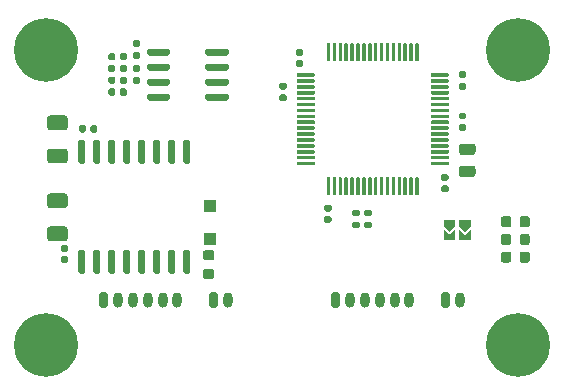
<source format=gbr>
G04 #@! TF.GenerationSoftware,KiCad,Pcbnew,(5.1.10)-1*
G04 #@! TF.CreationDate,2022-10-27T19:37:03-07:00*
G04 #@! TF.ProjectId,Motor_Gen2L,4d6f746f-725f-4476-956e-324c2e6b6963,rev?*
G04 #@! TF.SameCoordinates,Original*
G04 #@! TF.FileFunction,Soldermask,Bot*
G04 #@! TF.FilePolarity,Negative*
%FSLAX46Y46*%
G04 Gerber Fmt 4.6, Leading zero omitted, Abs format (unit mm)*
G04 Created by KiCad (PCBNEW (5.1.10)-1) date 2022-10-27 19:37:03*
%MOMM*%
%LPD*%
G01*
G04 APERTURE LIST*
%ADD10O,0.800000X1.300000*%
%ADD11R,1.100000X1.100000*%
%ADD12C,0.100000*%
%ADD13C,0.800000*%
%ADD14C,5.400000*%
G04 APERTURE END LIST*
D10*
X95450000Y-117700000D03*
G36*
G01*
X93800000Y-118150000D02*
X93800000Y-117250000D01*
G75*
G02*
X94000000Y-117050000I200000J0D01*
G01*
X94400000Y-117050000D01*
G75*
G02*
X94600000Y-117250000I0J-200000D01*
G01*
X94600000Y-118150000D01*
G75*
G02*
X94400000Y-118350000I-200000J0D01*
G01*
X94000000Y-118350000D01*
G75*
G02*
X93800000Y-118150000I0J200000D01*
G01*
G37*
X115100000Y-117700000D03*
G36*
G01*
X113450000Y-118150000D02*
X113450000Y-117250000D01*
G75*
G02*
X113650000Y-117050000I200000J0D01*
G01*
X114050000Y-117050000D01*
G75*
G02*
X114250000Y-117250000I0J-200000D01*
G01*
X114250000Y-118150000D01*
G75*
G02*
X114050000Y-118350000I-200000J0D01*
G01*
X113650000Y-118350000D01*
G75*
G02*
X113450000Y-118150000I0J200000D01*
G01*
G37*
X91150000Y-117700000D03*
X89900000Y-117700000D03*
X88650000Y-117700000D03*
X87400000Y-117700000D03*
X86150000Y-117700000D03*
G36*
G01*
X84500000Y-118150000D02*
X84500000Y-117250000D01*
G75*
G02*
X84700000Y-117050000I200000J0D01*
G01*
X85100000Y-117050000D01*
G75*
G02*
X85300000Y-117250000I0J-200000D01*
G01*
X85300000Y-118150000D01*
G75*
G02*
X85100000Y-118350000I-200000J0D01*
G01*
X84700000Y-118350000D01*
G75*
G02*
X84500000Y-118150000I0J200000D01*
G01*
G37*
X110800000Y-117700000D03*
X109550000Y-117700000D03*
X108300000Y-117700000D03*
X107050000Y-117700000D03*
X105800000Y-117700000D03*
G36*
G01*
X104150000Y-118150000D02*
X104150000Y-117250000D01*
G75*
G02*
X104350000Y-117050000I200000J0D01*
G01*
X104750000Y-117050000D01*
G75*
G02*
X104950000Y-117250000I0J-200000D01*
G01*
X104950000Y-118150000D01*
G75*
G02*
X104750000Y-118350000I-200000J0D01*
G01*
X104350000Y-118350000D01*
G75*
G02*
X104150000Y-118150000I0J200000D01*
G01*
G37*
G36*
G01*
X107115000Y-111100000D02*
X107485000Y-111100000D01*
G75*
G02*
X107620000Y-111235000I0J-135000D01*
G01*
X107620000Y-111505000D01*
G75*
G02*
X107485000Y-111640000I-135000J0D01*
G01*
X107115000Y-111640000D01*
G75*
G02*
X106980000Y-111505000I0J135000D01*
G01*
X106980000Y-111235000D01*
G75*
G02*
X107115000Y-111100000I135000J0D01*
G01*
G37*
G36*
G01*
X107115000Y-110080000D02*
X107485000Y-110080000D01*
G75*
G02*
X107620000Y-110215000I0J-135000D01*
G01*
X107620000Y-110485000D01*
G75*
G02*
X107485000Y-110620000I-135000J0D01*
G01*
X107115000Y-110620000D01*
G75*
G02*
X106980000Y-110485000I0J135000D01*
G01*
X106980000Y-110215000D01*
G75*
G02*
X107115000Y-110080000I135000J0D01*
G01*
G37*
G36*
G01*
X106115000Y-111090000D02*
X106485000Y-111090000D01*
G75*
G02*
X106620000Y-111225000I0J-135000D01*
G01*
X106620000Y-111495000D01*
G75*
G02*
X106485000Y-111630000I-135000J0D01*
G01*
X106115000Y-111630000D01*
G75*
G02*
X105980000Y-111495000I0J135000D01*
G01*
X105980000Y-111225000D01*
G75*
G02*
X106115000Y-111090000I135000J0D01*
G01*
G37*
G36*
G01*
X106115000Y-110070000D02*
X106485000Y-110070000D01*
G75*
G02*
X106620000Y-110205000I0J-135000D01*
G01*
X106620000Y-110475000D01*
G75*
G02*
X106485000Y-110610000I-135000J0D01*
G01*
X106115000Y-110610000D01*
G75*
G02*
X105980000Y-110475000I0J135000D01*
G01*
X105980000Y-110205000D01*
G75*
G02*
X106115000Y-110070000I135000J0D01*
G01*
G37*
G36*
G01*
X115470000Y-102400000D02*
X115130000Y-102400000D01*
G75*
G02*
X114990000Y-102260000I0J140000D01*
G01*
X114990000Y-101980000D01*
G75*
G02*
X115130000Y-101840000I140000J0D01*
G01*
X115470000Y-101840000D01*
G75*
G02*
X115610000Y-101980000I0J-140000D01*
G01*
X115610000Y-102260000D01*
G75*
G02*
X115470000Y-102400000I-140000J0D01*
G01*
G37*
G36*
G01*
X115470000Y-103360000D02*
X115130000Y-103360000D01*
G75*
G02*
X114990000Y-103220000I0J140000D01*
G01*
X114990000Y-102940000D01*
G75*
G02*
X115130000Y-102800000I140000J0D01*
G01*
X115470000Y-102800000D01*
G75*
G02*
X115610000Y-102940000I0J-140000D01*
G01*
X115610000Y-103220000D01*
G75*
G02*
X115470000Y-103360000I-140000J0D01*
G01*
G37*
G36*
G01*
X115243750Y-106329600D02*
X116156250Y-106329600D01*
G75*
G02*
X116400000Y-106573350I0J-243750D01*
G01*
X116400000Y-107060850D01*
G75*
G02*
X116156250Y-107304600I-243750J0D01*
G01*
X115243750Y-107304600D01*
G75*
G02*
X115000000Y-107060850I0J243750D01*
G01*
X115000000Y-106573350D01*
G75*
G02*
X115243750Y-106329600I243750J0D01*
G01*
G37*
G36*
G01*
X115243750Y-104454600D02*
X116156250Y-104454600D01*
G75*
G02*
X116400000Y-104698350I0J-243750D01*
G01*
X116400000Y-105185850D01*
G75*
G02*
X116156250Y-105429600I-243750J0D01*
G01*
X115243750Y-105429600D01*
G75*
G02*
X115000000Y-105185850I0J243750D01*
G01*
X115000000Y-104698350D01*
G75*
G02*
X115243750Y-104454600I243750J0D01*
G01*
G37*
D11*
X93900000Y-109700000D03*
X93900000Y-112500000D03*
D12*
G36*
X114200000Y-111900000D02*
G01*
X113700000Y-111400000D01*
X113700000Y-110900000D01*
X114700000Y-110900000D01*
X114700000Y-111400000D01*
X114200000Y-111900000D01*
G37*
G36*
X113700000Y-112600000D02*
G01*
X113700000Y-111700000D01*
X114200000Y-112200000D01*
X114700000Y-111700000D01*
X114700000Y-112600000D01*
X113700000Y-112600000D01*
G37*
G36*
X115500000Y-111900000D02*
G01*
X115000000Y-111400000D01*
X115000000Y-110900000D01*
X116000000Y-110900000D01*
X116000000Y-111400000D01*
X115500000Y-111900000D01*
G37*
G36*
X115000000Y-112600000D02*
G01*
X115000000Y-111700000D01*
X115500000Y-112200000D01*
X116000000Y-111700000D01*
X116000000Y-112600000D01*
X115000000Y-112600000D01*
G37*
D13*
X121431891Y-120068109D03*
X120000000Y-119475000D03*
X118568109Y-120068109D03*
X117975000Y-121500000D03*
X118568109Y-122931891D03*
X120000000Y-123525000D03*
X121431891Y-122931891D03*
X122025000Y-121500000D03*
D14*
X120000000Y-121500000D03*
D13*
X81431891Y-120068109D03*
X80000000Y-119475000D03*
X78568109Y-120068109D03*
X77975000Y-121500000D03*
X78568109Y-122931891D03*
X80000000Y-123525000D03*
X81431891Y-122931891D03*
X82025000Y-121500000D03*
D14*
X80000000Y-121500000D03*
D13*
X81431891Y-95068109D03*
X80000000Y-94475000D03*
X78568109Y-95068109D03*
X77975000Y-96500000D03*
X78568109Y-97931891D03*
X80000000Y-98525000D03*
X81431891Y-97931891D03*
X82025000Y-96500000D03*
D14*
X80000000Y-96500000D03*
D13*
X121431891Y-95068109D03*
X120000000Y-94475000D03*
X118568109Y-95068109D03*
X117975000Y-96500000D03*
X118568109Y-97931891D03*
X120000000Y-98525000D03*
X121431891Y-97931891D03*
X122025000Y-96500000D03*
D14*
X120000000Y-96500000D03*
G36*
G01*
X82905000Y-104125000D02*
X83205000Y-104125000D01*
G75*
G02*
X83355000Y-104275000I0J-150000D01*
G01*
X83355000Y-106025000D01*
G75*
G02*
X83205000Y-106175000I-150000J0D01*
G01*
X82905000Y-106175000D01*
G75*
G02*
X82755000Y-106025000I0J150000D01*
G01*
X82755000Y-104275000D01*
G75*
G02*
X82905000Y-104125000I150000J0D01*
G01*
G37*
G36*
G01*
X84175000Y-104125000D02*
X84475000Y-104125000D01*
G75*
G02*
X84625000Y-104275000I0J-150000D01*
G01*
X84625000Y-106025000D01*
G75*
G02*
X84475000Y-106175000I-150000J0D01*
G01*
X84175000Y-106175000D01*
G75*
G02*
X84025000Y-106025000I0J150000D01*
G01*
X84025000Y-104275000D01*
G75*
G02*
X84175000Y-104125000I150000J0D01*
G01*
G37*
G36*
G01*
X85445000Y-104125000D02*
X85745000Y-104125000D01*
G75*
G02*
X85895000Y-104275000I0J-150000D01*
G01*
X85895000Y-106025000D01*
G75*
G02*
X85745000Y-106175000I-150000J0D01*
G01*
X85445000Y-106175000D01*
G75*
G02*
X85295000Y-106025000I0J150000D01*
G01*
X85295000Y-104275000D01*
G75*
G02*
X85445000Y-104125000I150000J0D01*
G01*
G37*
G36*
G01*
X86715000Y-104125000D02*
X87015000Y-104125000D01*
G75*
G02*
X87165000Y-104275000I0J-150000D01*
G01*
X87165000Y-106025000D01*
G75*
G02*
X87015000Y-106175000I-150000J0D01*
G01*
X86715000Y-106175000D01*
G75*
G02*
X86565000Y-106025000I0J150000D01*
G01*
X86565000Y-104275000D01*
G75*
G02*
X86715000Y-104125000I150000J0D01*
G01*
G37*
G36*
G01*
X87985000Y-104125000D02*
X88285000Y-104125000D01*
G75*
G02*
X88435000Y-104275000I0J-150000D01*
G01*
X88435000Y-106025000D01*
G75*
G02*
X88285000Y-106175000I-150000J0D01*
G01*
X87985000Y-106175000D01*
G75*
G02*
X87835000Y-106025000I0J150000D01*
G01*
X87835000Y-104275000D01*
G75*
G02*
X87985000Y-104125000I150000J0D01*
G01*
G37*
G36*
G01*
X89255000Y-104125000D02*
X89555000Y-104125000D01*
G75*
G02*
X89705000Y-104275000I0J-150000D01*
G01*
X89705000Y-106025000D01*
G75*
G02*
X89555000Y-106175000I-150000J0D01*
G01*
X89255000Y-106175000D01*
G75*
G02*
X89105000Y-106025000I0J150000D01*
G01*
X89105000Y-104275000D01*
G75*
G02*
X89255000Y-104125000I150000J0D01*
G01*
G37*
G36*
G01*
X90525000Y-104125000D02*
X90825000Y-104125000D01*
G75*
G02*
X90975000Y-104275000I0J-150000D01*
G01*
X90975000Y-106025000D01*
G75*
G02*
X90825000Y-106175000I-150000J0D01*
G01*
X90525000Y-106175000D01*
G75*
G02*
X90375000Y-106025000I0J150000D01*
G01*
X90375000Y-104275000D01*
G75*
G02*
X90525000Y-104125000I150000J0D01*
G01*
G37*
G36*
G01*
X91795000Y-104125000D02*
X92095000Y-104125000D01*
G75*
G02*
X92245000Y-104275000I0J-150000D01*
G01*
X92245000Y-106025000D01*
G75*
G02*
X92095000Y-106175000I-150000J0D01*
G01*
X91795000Y-106175000D01*
G75*
G02*
X91645000Y-106025000I0J150000D01*
G01*
X91645000Y-104275000D01*
G75*
G02*
X91795000Y-104125000I150000J0D01*
G01*
G37*
G36*
G01*
X91795000Y-113425000D02*
X92095000Y-113425000D01*
G75*
G02*
X92245000Y-113575000I0J-150000D01*
G01*
X92245000Y-115325000D01*
G75*
G02*
X92095000Y-115475000I-150000J0D01*
G01*
X91795000Y-115475000D01*
G75*
G02*
X91645000Y-115325000I0J150000D01*
G01*
X91645000Y-113575000D01*
G75*
G02*
X91795000Y-113425000I150000J0D01*
G01*
G37*
G36*
G01*
X90525000Y-113425000D02*
X90825000Y-113425000D01*
G75*
G02*
X90975000Y-113575000I0J-150000D01*
G01*
X90975000Y-115325000D01*
G75*
G02*
X90825000Y-115475000I-150000J0D01*
G01*
X90525000Y-115475000D01*
G75*
G02*
X90375000Y-115325000I0J150000D01*
G01*
X90375000Y-113575000D01*
G75*
G02*
X90525000Y-113425000I150000J0D01*
G01*
G37*
G36*
G01*
X89255000Y-113425000D02*
X89555000Y-113425000D01*
G75*
G02*
X89705000Y-113575000I0J-150000D01*
G01*
X89705000Y-115325000D01*
G75*
G02*
X89555000Y-115475000I-150000J0D01*
G01*
X89255000Y-115475000D01*
G75*
G02*
X89105000Y-115325000I0J150000D01*
G01*
X89105000Y-113575000D01*
G75*
G02*
X89255000Y-113425000I150000J0D01*
G01*
G37*
G36*
G01*
X87985000Y-113425000D02*
X88285000Y-113425000D01*
G75*
G02*
X88435000Y-113575000I0J-150000D01*
G01*
X88435000Y-115325000D01*
G75*
G02*
X88285000Y-115475000I-150000J0D01*
G01*
X87985000Y-115475000D01*
G75*
G02*
X87835000Y-115325000I0J150000D01*
G01*
X87835000Y-113575000D01*
G75*
G02*
X87985000Y-113425000I150000J0D01*
G01*
G37*
G36*
G01*
X86715000Y-113425000D02*
X87015000Y-113425000D01*
G75*
G02*
X87165000Y-113575000I0J-150000D01*
G01*
X87165000Y-115325000D01*
G75*
G02*
X87015000Y-115475000I-150000J0D01*
G01*
X86715000Y-115475000D01*
G75*
G02*
X86565000Y-115325000I0J150000D01*
G01*
X86565000Y-113575000D01*
G75*
G02*
X86715000Y-113425000I150000J0D01*
G01*
G37*
G36*
G01*
X85445000Y-113425000D02*
X85745000Y-113425000D01*
G75*
G02*
X85895000Y-113575000I0J-150000D01*
G01*
X85895000Y-115325000D01*
G75*
G02*
X85745000Y-115475000I-150000J0D01*
G01*
X85445000Y-115475000D01*
G75*
G02*
X85295000Y-115325000I0J150000D01*
G01*
X85295000Y-113575000D01*
G75*
G02*
X85445000Y-113425000I150000J0D01*
G01*
G37*
G36*
G01*
X84175000Y-113425000D02*
X84475000Y-113425000D01*
G75*
G02*
X84625000Y-113575000I0J-150000D01*
G01*
X84625000Y-115325000D01*
G75*
G02*
X84475000Y-115475000I-150000J0D01*
G01*
X84175000Y-115475000D01*
G75*
G02*
X84025000Y-115325000I0J150000D01*
G01*
X84025000Y-113575000D01*
G75*
G02*
X84175000Y-113425000I150000J0D01*
G01*
G37*
G36*
G01*
X82905000Y-113425000D02*
X83205000Y-113425000D01*
G75*
G02*
X83355000Y-113575000I0J-150000D01*
G01*
X83355000Y-115325000D01*
G75*
G02*
X83205000Y-115475000I-150000J0D01*
G01*
X82905000Y-115475000D01*
G75*
G02*
X82755000Y-115325000I0J150000D01*
G01*
X82755000Y-113575000D01*
G75*
G02*
X82905000Y-113425000I150000J0D01*
G01*
G37*
G36*
G01*
X93537000Y-100666000D02*
X93537000Y-100366000D01*
G75*
G02*
X93687000Y-100216000I150000J0D01*
G01*
X95337000Y-100216000D01*
G75*
G02*
X95487000Y-100366000I0J-150000D01*
G01*
X95487000Y-100666000D01*
G75*
G02*
X95337000Y-100816000I-150000J0D01*
G01*
X93687000Y-100816000D01*
G75*
G02*
X93537000Y-100666000I0J150000D01*
G01*
G37*
G36*
G01*
X93537000Y-99396000D02*
X93537000Y-99096000D01*
G75*
G02*
X93687000Y-98946000I150000J0D01*
G01*
X95337000Y-98946000D01*
G75*
G02*
X95487000Y-99096000I0J-150000D01*
G01*
X95487000Y-99396000D01*
G75*
G02*
X95337000Y-99546000I-150000J0D01*
G01*
X93687000Y-99546000D01*
G75*
G02*
X93537000Y-99396000I0J150000D01*
G01*
G37*
G36*
G01*
X93537000Y-98126000D02*
X93537000Y-97826000D01*
G75*
G02*
X93687000Y-97676000I150000J0D01*
G01*
X95337000Y-97676000D01*
G75*
G02*
X95487000Y-97826000I0J-150000D01*
G01*
X95487000Y-98126000D01*
G75*
G02*
X95337000Y-98276000I-150000J0D01*
G01*
X93687000Y-98276000D01*
G75*
G02*
X93537000Y-98126000I0J150000D01*
G01*
G37*
G36*
G01*
X93537000Y-96856000D02*
X93537000Y-96556000D01*
G75*
G02*
X93687000Y-96406000I150000J0D01*
G01*
X95337000Y-96406000D01*
G75*
G02*
X95487000Y-96556000I0J-150000D01*
G01*
X95487000Y-96856000D01*
G75*
G02*
X95337000Y-97006000I-150000J0D01*
G01*
X93687000Y-97006000D01*
G75*
G02*
X93537000Y-96856000I0J150000D01*
G01*
G37*
G36*
G01*
X88587000Y-96856000D02*
X88587000Y-96556000D01*
G75*
G02*
X88737000Y-96406000I150000J0D01*
G01*
X90387000Y-96406000D01*
G75*
G02*
X90537000Y-96556000I0J-150000D01*
G01*
X90537000Y-96856000D01*
G75*
G02*
X90387000Y-97006000I-150000J0D01*
G01*
X88737000Y-97006000D01*
G75*
G02*
X88587000Y-96856000I0J150000D01*
G01*
G37*
G36*
G01*
X88587000Y-98126000D02*
X88587000Y-97826000D01*
G75*
G02*
X88737000Y-97676000I150000J0D01*
G01*
X90387000Y-97676000D01*
G75*
G02*
X90537000Y-97826000I0J-150000D01*
G01*
X90537000Y-98126000D01*
G75*
G02*
X90387000Y-98276000I-150000J0D01*
G01*
X88737000Y-98276000D01*
G75*
G02*
X88587000Y-98126000I0J150000D01*
G01*
G37*
G36*
G01*
X88587000Y-99396000D02*
X88587000Y-99096000D01*
G75*
G02*
X88737000Y-98946000I150000J0D01*
G01*
X90387000Y-98946000D01*
G75*
G02*
X90537000Y-99096000I0J-150000D01*
G01*
X90537000Y-99396000D01*
G75*
G02*
X90387000Y-99546000I-150000J0D01*
G01*
X88737000Y-99546000D01*
G75*
G02*
X88587000Y-99396000I0J150000D01*
G01*
G37*
G36*
G01*
X88587000Y-100666000D02*
X88587000Y-100366000D01*
G75*
G02*
X88737000Y-100216000I150000J0D01*
G01*
X90387000Y-100216000D01*
G75*
G02*
X90537000Y-100366000I0J-150000D01*
G01*
X90537000Y-100666000D01*
G75*
G02*
X90387000Y-100816000I-150000J0D01*
G01*
X88737000Y-100816000D01*
G75*
G02*
X88587000Y-100666000I0J150000D01*
G01*
G37*
G36*
G01*
X101325000Y-98500000D02*
X102725000Y-98500000D01*
G75*
G02*
X102800000Y-98575000I0J-75000D01*
G01*
X102800000Y-98725000D01*
G75*
G02*
X102725000Y-98800000I-75000J0D01*
G01*
X101325000Y-98800000D01*
G75*
G02*
X101250000Y-98725000I0J75000D01*
G01*
X101250000Y-98575000D01*
G75*
G02*
X101325000Y-98500000I75000J0D01*
G01*
G37*
G36*
G01*
X101325000Y-99000000D02*
X102725000Y-99000000D01*
G75*
G02*
X102800000Y-99075000I0J-75000D01*
G01*
X102800000Y-99225000D01*
G75*
G02*
X102725000Y-99300000I-75000J0D01*
G01*
X101325000Y-99300000D01*
G75*
G02*
X101250000Y-99225000I0J75000D01*
G01*
X101250000Y-99075000D01*
G75*
G02*
X101325000Y-99000000I75000J0D01*
G01*
G37*
G36*
G01*
X101325000Y-99500000D02*
X102725000Y-99500000D01*
G75*
G02*
X102800000Y-99575000I0J-75000D01*
G01*
X102800000Y-99725000D01*
G75*
G02*
X102725000Y-99800000I-75000J0D01*
G01*
X101325000Y-99800000D01*
G75*
G02*
X101250000Y-99725000I0J75000D01*
G01*
X101250000Y-99575000D01*
G75*
G02*
X101325000Y-99500000I75000J0D01*
G01*
G37*
G36*
G01*
X101325000Y-100000000D02*
X102725000Y-100000000D01*
G75*
G02*
X102800000Y-100075000I0J-75000D01*
G01*
X102800000Y-100225000D01*
G75*
G02*
X102725000Y-100300000I-75000J0D01*
G01*
X101325000Y-100300000D01*
G75*
G02*
X101250000Y-100225000I0J75000D01*
G01*
X101250000Y-100075000D01*
G75*
G02*
X101325000Y-100000000I75000J0D01*
G01*
G37*
G36*
G01*
X101325000Y-100500000D02*
X102725000Y-100500000D01*
G75*
G02*
X102800000Y-100575000I0J-75000D01*
G01*
X102800000Y-100725000D01*
G75*
G02*
X102725000Y-100800000I-75000J0D01*
G01*
X101325000Y-100800000D01*
G75*
G02*
X101250000Y-100725000I0J75000D01*
G01*
X101250000Y-100575000D01*
G75*
G02*
X101325000Y-100500000I75000J0D01*
G01*
G37*
G36*
G01*
X101325000Y-101000000D02*
X102725000Y-101000000D01*
G75*
G02*
X102800000Y-101075000I0J-75000D01*
G01*
X102800000Y-101225000D01*
G75*
G02*
X102725000Y-101300000I-75000J0D01*
G01*
X101325000Y-101300000D01*
G75*
G02*
X101250000Y-101225000I0J75000D01*
G01*
X101250000Y-101075000D01*
G75*
G02*
X101325000Y-101000000I75000J0D01*
G01*
G37*
G36*
G01*
X101325000Y-101500000D02*
X102725000Y-101500000D01*
G75*
G02*
X102800000Y-101575000I0J-75000D01*
G01*
X102800000Y-101725000D01*
G75*
G02*
X102725000Y-101800000I-75000J0D01*
G01*
X101325000Y-101800000D01*
G75*
G02*
X101250000Y-101725000I0J75000D01*
G01*
X101250000Y-101575000D01*
G75*
G02*
X101325000Y-101500000I75000J0D01*
G01*
G37*
G36*
G01*
X101325000Y-102000000D02*
X102725000Y-102000000D01*
G75*
G02*
X102800000Y-102075000I0J-75000D01*
G01*
X102800000Y-102225000D01*
G75*
G02*
X102725000Y-102300000I-75000J0D01*
G01*
X101325000Y-102300000D01*
G75*
G02*
X101250000Y-102225000I0J75000D01*
G01*
X101250000Y-102075000D01*
G75*
G02*
X101325000Y-102000000I75000J0D01*
G01*
G37*
G36*
G01*
X101325000Y-102500000D02*
X102725000Y-102500000D01*
G75*
G02*
X102800000Y-102575000I0J-75000D01*
G01*
X102800000Y-102725000D01*
G75*
G02*
X102725000Y-102800000I-75000J0D01*
G01*
X101325000Y-102800000D01*
G75*
G02*
X101250000Y-102725000I0J75000D01*
G01*
X101250000Y-102575000D01*
G75*
G02*
X101325000Y-102500000I75000J0D01*
G01*
G37*
G36*
G01*
X101325000Y-103000000D02*
X102725000Y-103000000D01*
G75*
G02*
X102800000Y-103075000I0J-75000D01*
G01*
X102800000Y-103225000D01*
G75*
G02*
X102725000Y-103300000I-75000J0D01*
G01*
X101325000Y-103300000D01*
G75*
G02*
X101250000Y-103225000I0J75000D01*
G01*
X101250000Y-103075000D01*
G75*
G02*
X101325000Y-103000000I75000J0D01*
G01*
G37*
G36*
G01*
X101325000Y-103500000D02*
X102725000Y-103500000D01*
G75*
G02*
X102800000Y-103575000I0J-75000D01*
G01*
X102800000Y-103725000D01*
G75*
G02*
X102725000Y-103800000I-75000J0D01*
G01*
X101325000Y-103800000D01*
G75*
G02*
X101250000Y-103725000I0J75000D01*
G01*
X101250000Y-103575000D01*
G75*
G02*
X101325000Y-103500000I75000J0D01*
G01*
G37*
G36*
G01*
X101325000Y-104000000D02*
X102725000Y-104000000D01*
G75*
G02*
X102800000Y-104075000I0J-75000D01*
G01*
X102800000Y-104225000D01*
G75*
G02*
X102725000Y-104300000I-75000J0D01*
G01*
X101325000Y-104300000D01*
G75*
G02*
X101250000Y-104225000I0J75000D01*
G01*
X101250000Y-104075000D01*
G75*
G02*
X101325000Y-104000000I75000J0D01*
G01*
G37*
G36*
G01*
X101325000Y-104500000D02*
X102725000Y-104500000D01*
G75*
G02*
X102800000Y-104575000I0J-75000D01*
G01*
X102800000Y-104725000D01*
G75*
G02*
X102725000Y-104800000I-75000J0D01*
G01*
X101325000Y-104800000D01*
G75*
G02*
X101250000Y-104725000I0J75000D01*
G01*
X101250000Y-104575000D01*
G75*
G02*
X101325000Y-104500000I75000J0D01*
G01*
G37*
G36*
G01*
X101325000Y-105000000D02*
X102725000Y-105000000D01*
G75*
G02*
X102800000Y-105075000I0J-75000D01*
G01*
X102800000Y-105225000D01*
G75*
G02*
X102725000Y-105300000I-75000J0D01*
G01*
X101325000Y-105300000D01*
G75*
G02*
X101250000Y-105225000I0J75000D01*
G01*
X101250000Y-105075000D01*
G75*
G02*
X101325000Y-105000000I75000J0D01*
G01*
G37*
G36*
G01*
X101325000Y-105500000D02*
X102725000Y-105500000D01*
G75*
G02*
X102800000Y-105575000I0J-75000D01*
G01*
X102800000Y-105725000D01*
G75*
G02*
X102725000Y-105800000I-75000J0D01*
G01*
X101325000Y-105800000D01*
G75*
G02*
X101250000Y-105725000I0J75000D01*
G01*
X101250000Y-105575000D01*
G75*
G02*
X101325000Y-105500000I75000J0D01*
G01*
G37*
G36*
G01*
X101325000Y-106000000D02*
X102725000Y-106000000D01*
G75*
G02*
X102800000Y-106075000I0J-75000D01*
G01*
X102800000Y-106225000D01*
G75*
G02*
X102725000Y-106300000I-75000J0D01*
G01*
X101325000Y-106300000D01*
G75*
G02*
X101250000Y-106225000I0J75000D01*
G01*
X101250000Y-106075000D01*
G75*
G02*
X101325000Y-106000000I75000J0D01*
G01*
G37*
G36*
G01*
X103875000Y-107300000D02*
X104025000Y-107300000D01*
G75*
G02*
X104100000Y-107375000I0J-75000D01*
G01*
X104100000Y-108775000D01*
G75*
G02*
X104025000Y-108850000I-75000J0D01*
G01*
X103875000Y-108850000D01*
G75*
G02*
X103800000Y-108775000I0J75000D01*
G01*
X103800000Y-107375000D01*
G75*
G02*
X103875000Y-107300000I75000J0D01*
G01*
G37*
G36*
G01*
X104375000Y-107300000D02*
X104525000Y-107300000D01*
G75*
G02*
X104600000Y-107375000I0J-75000D01*
G01*
X104600000Y-108775000D01*
G75*
G02*
X104525000Y-108850000I-75000J0D01*
G01*
X104375000Y-108850000D01*
G75*
G02*
X104300000Y-108775000I0J75000D01*
G01*
X104300000Y-107375000D01*
G75*
G02*
X104375000Y-107300000I75000J0D01*
G01*
G37*
G36*
G01*
X104875000Y-107300000D02*
X105025000Y-107300000D01*
G75*
G02*
X105100000Y-107375000I0J-75000D01*
G01*
X105100000Y-108775000D01*
G75*
G02*
X105025000Y-108850000I-75000J0D01*
G01*
X104875000Y-108850000D01*
G75*
G02*
X104800000Y-108775000I0J75000D01*
G01*
X104800000Y-107375000D01*
G75*
G02*
X104875000Y-107300000I75000J0D01*
G01*
G37*
G36*
G01*
X105375000Y-107300000D02*
X105525000Y-107300000D01*
G75*
G02*
X105600000Y-107375000I0J-75000D01*
G01*
X105600000Y-108775000D01*
G75*
G02*
X105525000Y-108850000I-75000J0D01*
G01*
X105375000Y-108850000D01*
G75*
G02*
X105300000Y-108775000I0J75000D01*
G01*
X105300000Y-107375000D01*
G75*
G02*
X105375000Y-107300000I75000J0D01*
G01*
G37*
G36*
G01*
X105875000Y-107300000D02*
X106025000Y-107300000D01*
G75*
G02*
X106100000Y-107375000I0J-75000D01*
G01*
X106100000Y-108775000D01*
G75*
G02*
X106025000Y-108850000I-75000J0D01*
G01*
X105875000Y-108850000D01*
G75*
G02*
X105800000Y-108775000I0J75000D01*
G01*
X105800000Y-107375000D01*
G75*
G02*
X105875000Y-107300000I75000J0D01*
G01*
G37*
G36*
G01*
X106375000Y-107300000D02*
X106525000Y-107300000D01*
G75*
G02*
X106600000Y-107375000I0J-75000D01*
G01*
X106600000Y-108775000D01*
G75*
G02*
X106525000Y-108850000I-75000J0D01*
G01*
X106375000Y-108850000D01*
G75*
G02*
X106300000Y-108775000I0J75000D01*
G01*
X106300000Y-107375000D01*
G75*
G02*
X106375000Y-107300000I75000J0D01*
G01*
G37*
G36*
G01*
X106875000Y-107300000D02*
X107025000Y-107300000D01*
G75*
G02*
X107100000Y-107375000I0J-75000D01*
G01*
X107100000Y-108775000D01*
G75*
G02*
X107025000Y-108850000I-75000J0D01*
G01*
X106875000Y-108850000D01*
G75*
G02*
X106800000Y-108775000I0J75000D01*
G01*
X106800000Y-107375000D01*
G75*
G02*
X106875000Y-107300000I75000J0D01*
G01*
G37*
G36*
G01*
X107375000Y-107300000D02*
X107525000Y-107300000D01*
G75*
G02*
X107600000Y-107375000I0J-75000D01*
G01*
X107600000Y-108775000D01*
G75*
G02*
X107525000Y-108850000I-75000J0D01*
G01*
X107375000Y-108850000D01*
G75*
G02*
X107300000Y-108775000I0J75000D01*
G01*
X107300000Y-107375000D01*
G75*
G02*
X107375000Y-107300000I75000J0D01*
G01*
G37*
G36*
G01*
X107875000Y-107300000D02*
X108025000Y-107300000D01*
G75*
G02*
X108100000Y-107375000I0J-75000D01*
G01*
X108100000Y-108775000D01*
G75*
G02*
X108025000Y-108850000I-75000J0D01*
G01*
X107875000Y-108850000D01*
G75*
G02*
X107800000Y-108775000I0J75000D01*
G01*
X107800000Y-107375000D01*
G75*
G02*
X107875000Y-107300000I75000J0D01*
G01*
G37*
G36*
G01*
X108375000Y-107300000D02*
X108525000Y-107300000D01*
G75*
G02*
X108600000Y-107375000I0J-75000D01*
G01*
X108600000Y-108775000D01*
G75*
G02*
X108525000Y-108850000I-75000J0D01*
G01*
X108375000Y-108850000D01*
G75*
G02*
X108300000Y-108775000I0J75000D01*
G01*
X108300000Y-107375000D01*
G75*
G02*
X108375000Y-107300000I75000J0D01*
G01*
G37*
G36*
G01*
X108875000Y-107300000D02*
X109025000Y-107300000D01*
G75*
G02*
X109100000Y-107375000I0J-75000D01*
G01*
X109100000Y-108775000D01*
G75*
G02*
X109025000Y-108850000I-75000J0D01*
G01*
X108875000Y-108850000D01*
G75*
G02*
X108800000Y-108775000I0J75000D01*
G01*
X108800000Y-107375000D01*
G75*
G02*
X108875000Y-107300000I75000J0D01*
G01*
G37*
G36*
G01*
X109375000Y-107300000D02*
X109525000Y-107300000D01*
G75*
G02*
X109600000Y-107375000I0J-75000D01*
G01*
X109600000Y-108775000D01*
G75*
G02*
X109525000Y-108850000I-75000J0D01*
G01*
X109375000Y-108850000D01*
G75*
G02*
X109300000Y-108775000I0J75000D01*
G01*
X109300000Y-107375000D01*
G75*
G02*
X109375000Y-107300000I75000J0D01*
G01*
G37*
G36*
G01*
X109875000Y-107300000D02*
X110025000Y-107300000D01*
G75*
G02*
X110100000Y-107375000I0J-75000D01*
G01*
X110100000Y-108775000D01*
G75*
G02*
X110025000Y-108850000I-75000J0D01*
G01*
X109875000Y-108850000D01*
G75*
G02*
X109800000Y-108775000I0J75000D01*
G01*
X109800000Y-107375000D01*
G75*
G02*
X109875000Y-107300000I75000J0D01*
G01*
G37*
G36*
G01*
X110375000Y-107300000D02*
X110525000Y-107300000D01*
G75*
G02*
X110600000Y-107375000I0J-75000D01*
G01*
X110600000Y-108775000D01*
G75*
G02*
X110525000Y-108850000I-75000J0D01*
G01*
X110375000Y-108850000D01*
G75*
G02*
X110300000Y-108775000I0J75000D01*
G01*
X110300000Y-107375000D01*
G75*
G02*
X110375000Y-107300000I75000J0D01*
G01*
G37*
G36*
G01*
X110875000Y-107300000D02*
X111025000Y-107300000D01*
G75*
G02*
X111100000Y-107375000I0J-75000D01*
G01*
X111100000Y-108775000D01*
G75*
G02*
X111025000Y-108850000I-75000J0D01*
G01*
X110875000Y-108850000D01*
G75*
G02*
X110800000Y-108775000I0J75000D01*
G01*
X110800000Y-107375000D01*
G75*
G02*
X110875000Y-107300000I75000J0D01*
G01*
G37*
G36*
G01*
X111375000Y-107300000D02*
X111525000Y-107300000D01*
G75*
G02*
X111600000Y-107375000I0J-75000D01*
G01*
X111600000Y-108775000D01*
G75*
G02*
X111525000Y-108850000I-75000J0D01*
G01*
X111375000Y-108850000D01*
G75*
G02*
X111300000Y-108775000I0J75000D01*
G01*
X111300000Y-107375000D01*
G75*
G02*
X111375000Y-107300000I75000J0D01*
G01*
G37*
G36*
G01*
X112675000Y-106000000D02*
X114075000Y-106000000D01*
G75*
G02*
X114150000Y-106075000I0J-75000D01*
G01*
X114150000Y-106225000D01*
G75*
G02*
X114075000Y-106300000I-75000J0D01*
G01*
X112675000Y-106300000D01*
G75*
G02*
X112600000Y-106225000I0J75000D01*
G01*
X112600000Y-106075000D01*
G75*
G02*
X112675000Y-106000000I75000J0D01*
G01*
G37*
G36*
G01*
X112675000Y-105500000D02*
X114075000Y-105500000D01*
G75*
G02*
X114150000Y-105575000I0J-75000D01*
G01*
X114150000Y-105725000D01*
G75*
G02*
X114075000Y-105800000I-75000J0D01*
G01*
X112675000Y-105800000D01*
G75*
G02*
X112600000Y-105725000I0J75000D01*
G01*
X112600000Y-105575000D01*
G75*
G02*
X112675000Y-105500000I75000J0D01*
G01*
G37*
G36*
G01*
X112675000Y-105000000D02*
X114075000Y-105000000D01*
G75*
G02*
X114150000Y-105075000I0J-75000D01*
G01*
X114150000Y-105225000D01*
G75*
G02*
X114075000Y-105300000I-75000J0D01*
G01*
X112675000Y-105300000D01*
G75*
G02*
X112600000Y-105225000I0J75000D01*
G01*
X112600000Y-105075000D01*
G75*
G02*
X112675000Y-105000000I75000J0D01*
G01*
G37*
G36*
G01*
X112675000Y-104500000D02*
X114075000Y-104500000D01*
G75*
G02*
X114150000Y-104575000I0J-75000D01*
G01*
X114150000Y-104725000D01*
G75*
G02*
X114075000Y-104800000I-75000J0D01*
G01*
X112675000Y-104800000D01*
G75*
G02*
X112600000Y-104725000I0J75000D01*
G01*
X112600000Y-104575000D01*
G75*
G02*
X112675000Y-104500000I75000J0D01*
G01*
G37*
G36*
G01*
X112675000Y-104000000D02*
X114075000Y-104000000D01*
G75*
G02*
X114150000Y-104075000I0J-75000D01*
G01*
X114150000Y-104225000D01*
G75*
G02*
X114075000Y-104300000I-75000J0D01*
G01*
X112675000Y-104300000D01*
G75*
G02*
X112600000Y-104225000I0J75000D01*
G01*
X112600000Y-104075000D01*
G75*
G02*
X112675000Y-104000000I75000J0D01*
G01*
G37*
G36*
G01*
X112675000Y-103500000D02*
X114075000Y-103500000D01*
G75*
G02*
X114150000Y-103575000I0J-75000D01*
G01*
X114150000Y-103725000D01*
G75*
G02*
X114075000Y-103800000I-75000J0D01*
G01*
X112675000Y-103800000D01*
G75*
G02*
X112600000Y-103725000I0J75000D01*
G01*
X112600000Y-103575000D01*
G75*
G02*
X112675000Y-103500000I75000J0D01*
G01*
G37*
G36*
G01*
X112675000Y-103000000D02*
X114075000Y-103000000D01*
G75*
G02*
X114150000Y-103075000I0J-75000D01*
G01*
X114150000Y-103225000D01*
G75*
G02*
X114075000Y-103300000I-75000J0D01*
G01*
X112675000Y-103300000D01*
G75*
G02*
X112600000Y-103225000I0J75000D01*
G01*
X112600000Y-103075000D01*
G75*
G02*
X112675000Y-103000000I75000J0D01*
G01*
G37*
G36*
G01*
X112675000Y-102500000D02*
X114075000Y-102500000D01*
G75*
G02*
X114150000Y-102575000I0J-75000D01*
G01*
X114150000Y-102725000D01*
G75*
G02*
X114075000Y-102800000I-75000J0D01*
G01*
X112675000Y-102800000D01*
G75*
G02*
X112600000Y-102725000I0J75000D01*
G01*
X112600000Y-102575000D01*
G75*
G02*
X112675000Y-102500000I75000J0D01*
G01*
G37*
G36*
G01*
X112675000Y-102000000D02*
X114075000Y-102000000D01*
G75*
G02*
X114150000Y-102075000I0J-75000D01*
G01*
X114150000Y-102225000D01*
G75*
G02*
X114075000Y-102300000I-75000J0D01*
G01*
X112675000Y-102300000D01*
G75*
G02*
X112600000Y-102225000I0J75000D01*
G01*
X112600000Y-102075000D01*
G75*
G02*
X112675000Y-102000000I75000J0D01*
G01*
G37*
G36*
G01*
X112675000Y-101500000D02*
X114075000Y-101500000D01*
G75*
G02*
X114150000Y-101575000I0J-75000D01*
G01*
X114150000Y-101725000D01*
G75*
G02*
X114075000Y-101800000I-75000J0D01*
G01*
X112675000Y-101800000D01*
G75*
G02*
X112600000Y-101725000I0J75000D01*
G01*
X112600000Y-101575000D01*
G75*
G02*
X112675000Y-101500000I75000J0D01*
G01*
G37*
G36*
G01*
X112675000Y-101000000D02*
X114075000Y-101000000D01*
G75*
G02*
X114150000Y-101075000I0J-75000D01*
G01*
X114150000Y-101225000D01*
G75*
G02*
X114075000Y-101300000I-75000J0D01*
G01*
X112675000Y-101300000D01*
G75*
G02*
X112600000Y-101225000I0J75000D01*
G01*
X112600000Y-101075000D01*
G75*
G02*
X112675000Y-101000000I75000J0D01*
G01*
G37*
G36*
G01*
X112675000Y-100500000D02*
X114075000Y-100500000D01*
G75*
G02*
X114150000Y-100575000I0J-75000D01*
G01*
X114150000Y-100725000D01*
G75*
G02*
X114075000Y-100800000I-75000J0D01*
G01*
X112675000Y-100800000D01*
G75*
G02*
X112600000Y-100725000I0J75000D01*
G01*
X112600000Y-100575000D01*
G75*
G02*
X112675000Y-100500000I75000J0D01*
G01*
G37*
G36*
G01*
X112675000Y-100000000D02*
X114075000Y-100000000D01*
G75*
G02*
X114150000Y-100075000I0J-75000D01*
G01*
X114150000Y-100225000D01*
G75*
G02*
X114075000Y-100300000I-75000J0D01*
G01*
X112675000Y-100300000D01*
G75*
G02*
X112600000Y-100225000I0J75000D01*
G01*
X112600000Y-100075000D01*
G75*
G02*
X112675000Y-100000000I75000J0D01*
G01*
G37*
G36*
G01*
X112675000Y-99500000D02*
X114075000Y-99500000D01*
G75*
G02*
X114150000Y-99575000I0J-75000D01*
G01*
X114150000Y-99725000D01*
G75*
G02*
X114075000Y-99800000I-75000J0D01*
G01*
X112675000Y-99800000D01*
G75*
G02*
X112600000Y-99725000I0J75000D01*
G01*
X112600000Y-99575000D01*
G75*
G02*
X112675000Y-99500000I75000J0D01*
G01*
G37*
G36*
G01*
X112675000Y-99000000D02*
X114075000Y-99000000D01*
G75*
G02*
X114150000Y-99075000I0J-75000D01*
G01*
X114150000Y-99225000D01*
G75*
G02*
X114075000Y-99300000I-75000J0D01*
G01*
X112675000Y-99300000D01*
G75*
G02*
X112600000Y-99225000I0J75000D01*
G01*
X112600000Y-99075000D01*
G75*
G02*
X112675000Y-99000000I75000J0D01*
G01*
G37*
G36*
G01*
X112675000Y-98500000D02*
X114075000Y-98500000D01*
G75*
G02*
X114150000Y-98575000I0J-75000D01*
G01*
X114150000Y-98725000D01*
G75*
G02*
X114075000Y-98800000I-75000J0D01*
G01*
X112675000Y-98800000D01*
G75*
G02*
X112600000Y-98725000I0J75000D01*
G01*
X112600000Y-98575000D01*
G75*
G02*
X112675000Y-98500000I75000J0D01*
G01*
G37*
G36*
G01*
X111375000Y-95950000D02*
X111525000Y-95950000D01*
G75*
G02*
X111600000Y-96025000I0J-75000D01*
G01*
X111600000Y-97425000D01*
G75*
G02*
X111525000Y-97500000I-75000J0D01*
G01*
X111375000Y-97500000D01*
G75*
G02*
X111300000Y-97425000I0J75000D01*
G01*
X111300000Y-96025000D01*
G75*
G02*
X111375000Y-95950000I75000J0D01*
G01*
G37*
G36*
G01*
X110875000Y-95950000D02*
X111025000Y-95950000D01*
G75*
G02*
X111100000Y-96025000I0J-75000D01*
G01*
X111100000Y-97425000D01*
G75*
G02*
X111025000Y-97500000I-75000J0D01*
G01*
X110875000Y-97500000D01*
G75*
G02*
X110800000Y-97425000I0J75000D01*
G01*
X110800000Y-96025000D01*
G75*
G02*
X110875000Y-95950000I75000J0D01*
G01*
G37*
G36*
G01*
X110375000Y-95950000D02*
X110525000Y-95950000D01*
G75*
G02*
X110600000Y-96025000I0J-75000D01*
G01*
X110600000Y-97425000D01*
G75*
G02*
X110525000Y-97500000I-75000J0D01*
G01*
X110375000Y-97500000D01*
G75*
G02*
X110300000Y-97425000I0J75000D01*
G01*
X110300000Y-96025000D01*
G75*
G02*
X110375000Y-95950000I75000J0D01*
G01*
G37*
G36*
G01*
X109875000Y-95950000D02*
X110025000Y-95950000D01*
G75*
G02*
X110100000Y-96025000I0J-75000D01*
G01*
X110100000Y-97425000D01*
G75*
G02*
X110025000Y-97500000I-75000J0D01*
G01*
X109875000Y-97500000D01*
G75*
G02*
X109800000Y-97425000I0J75000D01*
G01*
X109800000Y-96025000D01*
G75*
G02*
X109875000Y-95950000I75000J0D01*
G01*
G37*
G36*
G01*
X109375000Y-95950000D02*
X109525000Y-95950000D01*
G75*
G02*
X109600000Y-96025000I0J-75000D01*
G01*
X109600000Y-97425000D01*
G75*
G02*
X109525000Y-97500000I-75000J0D01*
G01*
X109375000Y-97500000D01*
G75*
G02*
X109300000Y-97425000I0J75000D01*
G01*
X109300000Y-96025000D01*
G75*
G02*
X109375000Y-95950000I75000J0D01*
G01*
G37*
G36*
G01*
X108875000Y-95950000D02*
X109025000Y-95950000D01*
G75*
G02*
X109100000Y-96025000I0J-75000D01*
G01*
X109100000Y-97425000D01*
G75*
G02*
X109025000Y-97500000I-75000J0D01*
G01*
X108875000Y-97500000D01*
G75*
G02*
X108800000Y-97425000I0J75000D01*
G01*
X108800000Y-96025000D01*
G75*
G02*
X108875000Y-95950000I75000J0D01*
G01*
G37*
G36*
G01*
X108375000Y-95950000D02*
X108525000Y-95950000D01*
G75*
G02*
X108600000Y-96025000I0J-75000D01*
G01*
X108600000Y-97425000D01*
G75*
G02*
X108525000Y-97500000I-75000J0D01*
G01*
X108375000Y-97500000D01*
G75*
G02*
X108300000Y-97425000I0J75000D01*
G01*
X108300000Y-96025000D01*
G75*
G02*
X108375000Y-95950000I75000J0D01*
G01*
G37*
G36*
G01*
X107875000Y-95950000D02*
X108025000Y-95950000D01*
G75*
G02*
X108100000Y-96025000I0J-75000D01*
G01*
X108100000Y-97425000D01*
G75*
G02*
X108025000Y-97500000I-75000J0D01*
G01*
X107875000Y-97500000D01*
G75*
G02*
X107800000Y-97425000I0J75000D01*
G01*
X107800000Y-96025000D01*
G75*
G02*
X107875000Y-95950000I75000J0D01*
G01*
G37*
G36*
G01*
X107375000Y-95950000D02*
X107525000Y-95950000D01*
G75*
G02*
X107600000Y-96025000I0J-75000D01*
G01*
X107600000Y-97425000D01*
G75*
G02*
X107525000Y-97500000I-75000J0D01*
G01*
X107375000Y-97500000D01*
G75*
G02*
X107300000Y-97425000I0J75000D01*
G01*
X107300000Y-96025000D01*
G75*
G02*
X107375000Y-95950000I75000J0D01*
G01*
G37*
G36*
G01*
X106875000Y-95950000D02*
X107025000Y-95950000D01*
G75*
G02*
X107100000Y-96025000I0J-75000D01*
G01*
X107100000Y-97425000D01*
G75*
G02*
X107025000Y-97500000I-75000J0D01*
G01*
X106875000Y-97500000D01*
G75*
G02*
X106800000Y-97425000I0J75000D01*
G01*
X106800000Y-96025000D01*
G75*
G02*
X106875000Y-95950000I75000J0D01*
G01*
G37*
G36*
G01*
X106375000Y-95950000D02*
X106525000Y-95950000D01*
G75*
G02*
X106600000Y-96025000I0J-75000D01*
G01*
X106600000Y-97425000D01*
G75*
G02*
X106525000Y-97500000I-75000J0D01*
G01*
X106375000Y-97500000D01*
G75*
G02*
X106300000Y-97425000I0J75000D01*
G01*
X106300000Y-96025000D01*
G75*
G02*
X106375000Y-95950000I75000J0D01*
G01*
G37*
G36*
G01*
X105875000Y-95950000D02*
X106025000Y-95950000D01*
G75*
G02*
X106100000Y-96025000I0J-75000D01*
G01*
X106100000Y-97425000D01*
G75*
G02*
X106025000Y-97500000I-75000J0D01*
G01*
X105875000Y-97500000D01*
G75*
G02*
X105800000Y-97425000I0J75000D01*
G01*
X105800000Y-96025000D01*
G75*
G02*
X105875000Y-95950000I75000J0D01*
G01*
G37*
G36*
G01*
X105375000Y-95950000D02*
X105525000Y-95950000D01*
G75*
G02*
X105600000Y-96025000I0J-75000D01*
G01*
X105600000Y-97425000D01*
G75*
G02*
X105525000Y-97500000I-75000J0D01*
G01*
X105375000Y-97500000D01*
G75*
G02*
X105300000Y-97425000I0J75000D01*
G01*
X105300000Y-96025000D01*
G75*
G02*
X105375000Y-95950000I75000J0D01*
G01*
G37*
G36*
G01*
X104875000Y-95950000D02*
X105025000Y-95950000D01*
G75*
G02*
X105100000Y-96025000I0J-75000D01*
G01*
X105100000Y-97425000D01*
G75*
G02*
X105025000Y-97500000I-75000J0D01*
G01*
X104875000Y-97500000D01*
G75*
G02*
X104800000Y-97425000I0J75000D01*
G01*
X104800000Y-96025000D01*
G75*
G02*
X104875000Y-95950000I75000J0D01*
G01*
G37*
G36*
G01*
X104375000Y-95950000D02*
X104525000Y-95950000D01*
G75*
G02*
X104600000Y-96025000I0J-75000D01*
G01*
X104600000Y-97425000D01*
G75*
G02*
X104525000Y-97500000I-75000J0D01*
G01*
X104375000Y-97500000D01*
G75*
G02*
X104300000Y-97425000I0J75000D01*
G01*
X104300000Y-96025000D01*
G75*
G02*
X104375000Y-95950000I75000J0D01*
G01*
G37*
G36*
G01*
X103875000Y-95950000D02*
X104025000Y-95950000D01*
G75*
G02*
X104100000Y-96025000I0J-75000D01*
G01*
X104100000Y-97425000D01*
G75*
G02*
X104025000Y-97500000I-75000J0D01*
G01*
X103875000Y-97500000D01*
G75*
G02*
X103800000Y-97425000I0J75000D01*
G01*
X103800000Y-96025000D01*
G75*
G02*
X103875000Y-95950000I75000J0D01*
G01*
G37*
G36*
G01*
X120125000Y-114329650D02*
X120125000Y-113817150D01*
G75*
G02*
X120343750Y-113598400I218750J0D01*
G01*
X120781250Y-113598400D01*
G75*
G02*
X121000000Y-113817150I0J-218750D01*
G01*
X121000000Y-114329650D01*
G75*
G02*
X120781250Y-114548400I-218750J0D01*
G01*
X120343750Y-114548400D01*
G75*
G02*
X120125000Y-114329650I0J218750D01*
G01*
G37*
G36*
G01*
X118550000Y-114329650D02*
X118550000Y-113817150D01*
G75*
G02*
X118768750Y-113598400I218750J0D01*
G01*
X119206250Y-113598400D01*
G75*
G02*
X119425000Y-113817150I0J-218750D01*
G01*
X119425000Y-114329650D01*
G75*
G02*
X119206250Y-114548400I-218750J0D01*
G01*
X118768750Y-114548400D01*
G75*
G02*
X118550000Y-114329650I0J218750D01*
G01*
G37*
G36*
G01*
X120125000Y-112829650D02*
X120125000Y-112317150D01*
G75*
G02*
X120343750Y-112098400I218750J0D01*
G01*
X120781250Y-112098400D01*
G75*
G02*
X121000000Y-112317150I0J-218750D01*
G01*
X121000000Y-112829650D01*
G75*
G02*
X120781250Y-113048400I-218750J0D01*
G01*
X120343750Y-113048400D01*
G75*
G02*
X120125000Y-112829650I0J218750D01*
G01*
G37*
G36*
G01*
X118550000Y-112829650D02*
X118550000Y-112317150D01*
G75*
G02*
X118768750Y-112098400I218750J0D01*
G01*
X119206250Y-112098400D01*
G75*
G02*
X119425000Y-112317150I0J-218750D01*
G01*
X119425000Y-112829650D01*
G75*
G02*
X119206250Y-113048400I-218750J0D01*
G01*
X118768750Y-113048400D01*
G75*
G02*
X118550000Y-112829650I0J218750D01*
G01*
G37*
G36*
G01*
X120125000Y-111329650D02*
X120125000Y-110817150D01*
G75*
G02*
X120343750Y-110598400I218750J0D01*
G01*
X120781250Y-110598400D01*
G75*
G02*
X121000000Y-110817150I0J-218750D01*
G01*
X121000000Y-111329650D01*
G75*
G02*
X120781250Y-111548400I-218750J0D01*
G01*
X120343750Y-111548400D01*
G75*
G02*
X120125000Y-111329650I0J218750D01*
G01*
G37*
G36*
G01*
X118550000Y-111329650D02*
X118550000Y-110817150D01*
G75*
G02*
X118768750Y-110598400I218750J0D01*
G01*
X119206250Y-110598400D01*
G75*
G02*
X119425000Y-110817150I0J-218750D01*
G01*
X119425000Y-111329650D01*
G75*
G02*
X119206250Y-111548400I-218750J0D01*
G01*
X118768750Y-111548400D01*
G75*
G02*
X118550000Y-111329650I0J218750D01*
G01*
G37*
G36*
G01*
X99927500Y-100290000D02*
X100272500Y-100290000D01*
G75*
G02*
X100420000Y-100437500I0J-147500D01*
G01*
X100420000Y-100732500D01*
G75*
G02*
X100272500Y-100880000I-147500J0D01*
G01*
X99927500Y-100880000D01*
G75*
G02*
X99780000Y-100732500I0J147500D01*
G01*
X99780000Y-100437500D01*
G75*
G02*
X99927500Y-100290000I147500J0D01*
G01*
G37*
G36*
G01*
X99927500Y-99320000D02*
X100272500Y-99320000D01*
G75*
G02*
X100420000Y-99467500I0J-147500D01*
G01*
X100420000Y-99762500D01*
G75*
G02*
X100272500Y-99910000I-147500J0D01*
G01*
X99927500Y-99910000D01*
G75*
G02*
X99780000Y-99762500I0J147500D01*
G01*
X99780000Y-99467500D01*
G75*
G02*
X99927500Y-99320000I147500J0D01*
G01*
G37*
G36*
G01*
X86290000Y-99272500D02*
X86290000Y-98927500D01*
G75*
G02*
X86437500Y-98780000I147500J0D01*
G01*
X86732500Y-98780000D01*
G75*
G02*
X86880000Y-98927500I0J-147500D01*
G01*
X86880000Y-99272500D01*
G75*
G02*
X86732500Y-99420000I-147500J0D01*
G01*
X86437500Y-99420000D01*
G75*
G02*
X86290000Y-99272500I0J147500D01*
G01*
G37*
G36*
G01*
X85320000Y-99272500D02*
X85320000Y-98927500D01*
G75*
G02*
X85467500Y-98780000I147500J0D01*
G01*
X85762500Y-98780000D01*
G75*
G02*
X85910000Y-98927500I0J-147500D01*
G01*
X85910000Y-99272500D01*
G75*
G02*
X85762500Y-99420000I-147500J0D01*
G01*
X85467500Y-99420000D01*
G75*
G02*
X85320000Y-99272500I0J147500D01*
G01*
G37*
G36*
G01*
X86290000Y-98272500D02*
X86290000Y-97927500D01*
G75*
G02*
X86437500Y-97780000I147500J0D01*
G01*
X86732500Y-97780000D01*
G75*
G02*
X86880000Y-97927500I0J-147500D01*
G01*
X86880000Y-98272500D01*
G75*
G02*
X86732500Y-98420000I-147500J0D01*
G01*
X86437500Y-98420000D01*
G75*
G02*
X86290000Y-98272500I0J147500D01*
G01*
G37*
G36*
G01*
X85320000Y-98272500D02*
X85320000Y-97927500D01*
G75*
G02*
X85467500Y-97780000I147500J0D01*
G01*
X85762500Y-97780000D01*
G75*
G02*
X85910000Y-97927500I0J-147500D01*
G01*
X85910000Y-98272500D01*
G75*
G02*
X85762500Y-98420000I-147500J0D01*
G01*
X85467500Y-98420000D01*
G75*
G02*
X85320000Y-98272500I0J147500D01*
G01*
G37*
G36*
G01*
X94056250Y-114350000D02*
X93543750Y-114350000D01*
G75*
G02*
X93325000Y-114131250I0J218750D01*
G01*
X93325000Y-113693750D01*
G75*
G02*
X93543750Y-113475000I218750J0D01*
G01*
X94056250Y-113475000D01*
G75*
G02*
X94275000Y-113693750I0J-218750D01*
G01*
X94275000Y-114131250D01*
G75*
G02*
X94056250Y-114350000I-218750J0D01*
G01*
G37*
G36*
G01*
X94056250Y-115925000D02*
X93543750Y-115925000D01*
G75*
G02*
X93325000Y-115706250I0J218750D01*
G01*
X93325000Y-115268750D01*
G75*
G02*
X93543750Y-115050000I218750J0D01*
G01*
X94056250Y-115050000D01*
G75*
G02*
X94275000Y-115268750I0J-218750D01*
G01*
X94275000Y-115706250D01*
G75*
G02*
X94056250Y-115925000I-218750J0D01*
G01*
G37*
G36*
G01*
X81625000Y-109925000D02*
X80375000Y-109925000D01*
G75*
G02*
X80125000Y-109675000I0J250000D01*
G01*
X80125000Y-108925000D01*
G75*
G02*
X80375000Y-108675000I250000J0D01*
G01*
X81625000Y-108675000D01*
G75*
G02*
X81875000Y-108925000I0J-250000D01*
G01*
X81875000Y-109675000D01*
G75*
G02*
X81625000Y-109925000I-250000J0D01*
G01*
G37*
G36*
G01*
X81625000Y-112725000D02*
X80375000Y-112725000D01*
G75*
G02*
X80125000Y-112475000I0J250000D01*
G01*
X80125000Y-111725000D01*
G75*
G02*
X80375000Y-111475000I250000J0D01*
G01*
X81625000Y-111475000D01*
G75*
G02*
X81875000Y-111725000I0J-250000D01*
G01*
X81875000Y-112475000D01*
G75*
G02*
X81625000Y-112725000I-250000J0D01*
G01*
G37*
G36*
G01*
X81427500Y-113990000D02*
X81772500Y-113990000D01*
G75*
G02*
X81920000Y-114137500I0J-147500D01*
G01*
X81920000Y-114432500D01*
G75*
G02*
X81772500Y-114580000I-147500J0D01*
G01*
X81427500Y-114580000D01*
G75*
G02*
X81280000Y-114432500I0J147500D01*
G01*
X81280000Y-114137500D01*
G75*
G02*
X81427500Y-113990000I147500J0D01*
G01*
G37*
G36*
G01*
X81427500Y-113020000D02*
X81772500Y-113020000D01*
G75*
G02*
X81920000Y-113167500I0J-147500D01*
G01*
X81920000Y-113462500D01*
G75*
G02*
X81772500Y-113610000I-147500J0D01*
G01*
X81427500Y-113610000D01*
G75*
G02*
X81280000Y-113462500I0J147500D01*
G01*
X81280000Y-113167500D01*
G75*
G02*
X81427500Y-113020000I147500J0D01*
G01*
G37*
G36*
G01*
X83790000Y-103372500D02*
X83790000Y-103027500D01*
G75*
G02*
X83937500Y-102880000I147500J0D01*
G01*
X84232500Y-102880000D01*
G75*
G02*
X84380000Y-103027500I0J-147500D01*
G01*
X84380000Y-103372500D01*
G75*
G02*
X84232500Y-103520000I-147500J0D01*
G01*
X83937500Y-103520000D01*
G75*
G02*
X83790000Y-103372500I0J147500D01*
G01*
G37*
G36*
G01*
X82820000Y-103372500D02*
X82820000Y-103027500D01*
G75*
G02*
X82967500Y-102880000I147500J0D01*
G01*
X83262500Y-102880000D01*
G75*
G02*
X83410000Y-103027500I0J-147500D01*
G01*
X83410000Y-103372500D01*
G75*
G02*
X83262500Y-103520000I-147500J0D01*
G01*
X82967500Y-103520000D01*
G75*
G02*
X82820000Y-103372500I0J147500D01*
G01*
G37*
G36*
G01*
X81625000Y-103325000D02*
X80375000Y-103325000D01*
G75*
G02*
X80125000Y-103075000I0J250000D01*
G01*
X80125000Y-102325000D01*
G75*
G02*
X80375000Y-102075000I250000J0D01*
G01*
X81625000Y-102075000D01*
G75*
G02*
X81875000Y-102325000I0J-250000D01*
G01*
X81875000Y-103075000D01*
G75*
G02*
X81625000Y-103325000I-250000J0D01*
G01*
G37*
G36*
G01*
X81625000Y-106125000D02*
X80375000Y-106125000D01*
G75*
G02*
X80125000Y-105875000I0J250000D01*
G01*
X80125000Y-105125000D01*
G75*
G02*
X80375000Y-104875000I250000J0D01*
G01*
X81625000Y-104875000D01*
G75*
G02*
X81875000Y-105125000I0J-250000D01*
G01*
X81875000Y-105875000D01*
G75*
G02*
X81625000Y-106125000I-250000J0D01*
G01*
G37*
G36*
G01*
X85910000Y-99927500D02*
X85910000Y-100272500D01*
G75*
G02*
X85762500Y-100420000I-147500J0D01*
G01*
X85467500Y-100420000D01*
G75*
G02*
X85320000Y-100272500I0J147500D01*
G01*
X85320000Y-99927500D01*
G75*
G02*
X85467500Y-99780000I147500J0D01*
G01*
X85762500Y-99780000D01*
G75*
G02*
X85910000Y-99927500I0J-147500D01*
G01*
G37*
G36*
G01*
X86880000Y-99927500D02*
X86880000Y-100272500D01*
G75*
G02*
X86732500Y-100420000I-147500J0D01*
G01*
X86437500Y-100420000D01*
G75*
G02*
X86290000Y-100272500I0J147500D01*
G01*
X86290000Y-99927500D01*
G75*
G02*
X86437500Y-99780000I147500J0D01*
G01*
X86732500Y-99780000D01*
G75*
G02*
X86880000Y-99927500I0J-147500D01*
G01*
G37*
G36*
G01*
X87527500Y-98790000D02*
X87872500Y-98790000D01*
G75*
G02*
X88020000Y-98937500I0J-147500D01*
G01*
X88020000Y-99232500D01*
G75*
G02*
X87872500Y-99380000I-147500J0D01*
G01*
X87527500Y-99380000D01*
G75*
G02*
X87380000Y-99232500I0J147500D01*
G01*
X87380000Y-98937500D01*
G75*
G02*
X87527500Y-98790000I147500J0D01*
G01*
G37*
G36*
G01*
X87527500Y-97820000D02*
X87872500Y-97820000D01*
G75*
G02*
X88020000Y-97967500I0J-147500D01*
G01*
X88020000Y-98262500D01*
G75*
G02*
X87872500Y-98410000I-147500J0D01*
G01*
X87527500Y-98410000D01*
G75*
G02*
X87380000Y-98262500I0J147500D01*
G01*
X87380000Y-97967500D01*
G75*
G02*
X87527500Y-97820000I147500J0D01*
G01*
G37*
G36*
G01*
X86290000Y-97272500D02*
X86290000Y-96927500D01*
G75*
G02*
X86437500Y-96780000I147500J0D01*
G01*
X86732500Y-96780000D01*
G75*
G02*
X86880000Y-96927500I0J-147500D01*
G01*
X86880000Y-97272500D01*
G75*
G02*
X86732500Y-97420000I-147500J0D01*
G01*
X86437500Y-97420000D01*
G75*
G02*
X86290000Y-97272500I0J147500D01*
G01*
G37*
G36*
G01*
X85320000Y-97272500D02*
X85320000Y-96927500D01*
G75*
G02*
X85467500Y-96780000I147500J0D01*
G01*
X85762500Y-96780000D01*
G75*
G02*
X85910000Y-96927500I0J-147500D01*
G01*
X85910000Y-97272500D01*
G75*
G02*
X85762500Y-97420000I-147500J0D01*
G01*
X85467500Y-97420000D01*
G75*
G02*
X85320000Y-97272500I0J147500D01*
G01*
G37*
G36*
G01*
X87872500Y-96310000D02*
X87527500Y-96310000D01*
G75*
G02*
X87380000Y-96162500I0J147500D01*
G01*
X87380000Y-95867500D01*
G75*
G02*
X87527500Y-95720000I147500J0D01*
G01*
X87872500Y-95720000D01*
G75*
G02*
X88020000Y-95867500I0J-147500D01*
G01*
X88020000Y-96162500D01*
G75*
G02*
X87872500Y-96310000I-147500J0D01*
G01*
G37*
G36*
G01*
X87872500Y-97280000D02*
X87527500Y-97280000D01*
G75*
G02*
X87380000Y-97132500I0J147500D01*
G01*
X87380000Y-96837500D01*
G75*
G02*
X87527500Y-96690000I147500J0D01*
G01*
X87872500Y-96690000D01*
G75*
G02*
X88020000Y-96837500I0J-147500D01*
G01*
X88020000Y-97132500D01*
G75*
G02*
X87872500Y-97280000I-147500J0D01*
G01*
G37*
G36*
G01*
X115472500Y-98910000D02*
X115127500Y-98910000D01*
G75*
G02*
X114980000Y-98762500I0J147500D01*
G01*
X114980000Y-98467500D01*
G75*
G02*
X115127500Y-98320000I147500J0D01*
G01*
X115472500Y-98320000D01*
G75*
G02*
X115620000Y-98467500I0J-147500D01*
G01*
X115620000Y-98762500D01*
G75*
G02*
X115472500Y-98910000I-147500J0D01*
G01*
G37*
G36*
G01*
X115472500Y-99880000D02*
X115127500Y-99880000D01*
G75*
G02*
X114980000Y-99732500I0J147500D01*
G01*
X114980000Y-99437500D01*
G75*
G02*
X115127500Y-99290000I147500J0D01*
G01*
X115472500Y-99290000D01*
G75*
G02*
X115620000Y-99437500I0J-147500D01*
G01*
X115620000Y-99732500D01*
G75*
G02*
X115472500Y-99880000I-147500J0D01*
G01*
G37*
G36*
G01*
X103727500Y-110590000D02*
X104072500Y-110590000D01*
G75*
G02*
X104220000Y-110737500I0J-147500D01*
G01*
X104220000Y-111032500D01*
G75*
G02*
X104072500Y-111180000I-147500J0D01*
G01*
X103727500Y-111180000D01*
G75*
G02*
X103580000Y-111032500I0J147500D01*
G01*
X103580000Y-110737500D01*
G75*
G02*
X103727500Y-110590000I147500J0D01*
G01*
G37*
G36*
G01*
X103727500Y-109620000D02*
X104072500Y-109620000D01*
G75*
G02*
X104220000Y-109767500I0J-147500D01*
G01*
X104220000Y-110062500D01*
G75*
G02*
X104072500Y-110210000I-147500J0D01*
G01*
X103727500Y-110210000D01*
G75*
G02*
X103580000Y-110062500I0J147500D01*
G01*
X103580000Y-109767500D01*
G75*
G02*
X103727500Y-109620000I147500J0D01*
G01*
G37*
G36*
G01*
X113627500Y-107990000D02*
X113972500Y-107990000D01*
G75*
G02*
X114120000Y-108137500I0J-147500D01*
G01*
X114120000Y-108432500D01*
G75*
G02*
X113972500Y-108580000I-147500J0D01*
G01*
X113627500Y-108580000D01*
G75*
G02*
X113480000Y-108432500I0J147500D01*
G01*
X113480000Y-108137500D01*
G75*
G02*
X113627500Y-107990000I147500J0D01*
G01*
G37*
G36*
G01*
X113627500Y-107020000D02*
X113972500Y-107020000D01*
G75*
G02*
X114120000Y-107167500I0J-147500D01*
G01*
X114120000Y-107462500D01*
G75*
G02*
X113972500Y-107610000I-147500J0D01*
G01*
X113627500Y-107610000D01*
G75*
G02*
X113480000Y-107462500I0J147500D01*
G01*
X113480000Y-107167500D01*
G75*
G02*
X113627500Y-107020000I147500J0D01*
G01*
G37*
G36*
G01*
X101672500Y-97010000D02*
X101327500Y-97010000D01*
G75*
G02*
X101180000Y-96862500I0J147500D01*
G01*
X101180000Y-96567500D01*
G75*
G02*
X101327500Y-96420000I147500J0D01*
G01*
X101672500Y-96420000D01*
G75*
G02*
X101820000Y-96567500I0J-147500D01*
G01*
X101820000Y-96862500D01*
G75*
G02*
X101672500Y-97010000I-147500J0D01*
G01*
G37*
G36*
G01*
X101672500Y-97980000D02*
X101327500Y-97980000D01*
G75*
G02*
X101180000Y-97832500I0J147500D01*
G01*
X101180000Y-97537500D01*
G75*
G02*
X101327500Y-97390000I147500J0D01*
G01*
X101672500Y-97390000D01*
G75*
G02*
X101820000Y-97537500I0J-147500D01*
G01*
X101820000Y-97832500D01*
G75*
G02*
X101672500Y-97980000I-147500J0D01*
G01*
G37*
M02*

</source>
